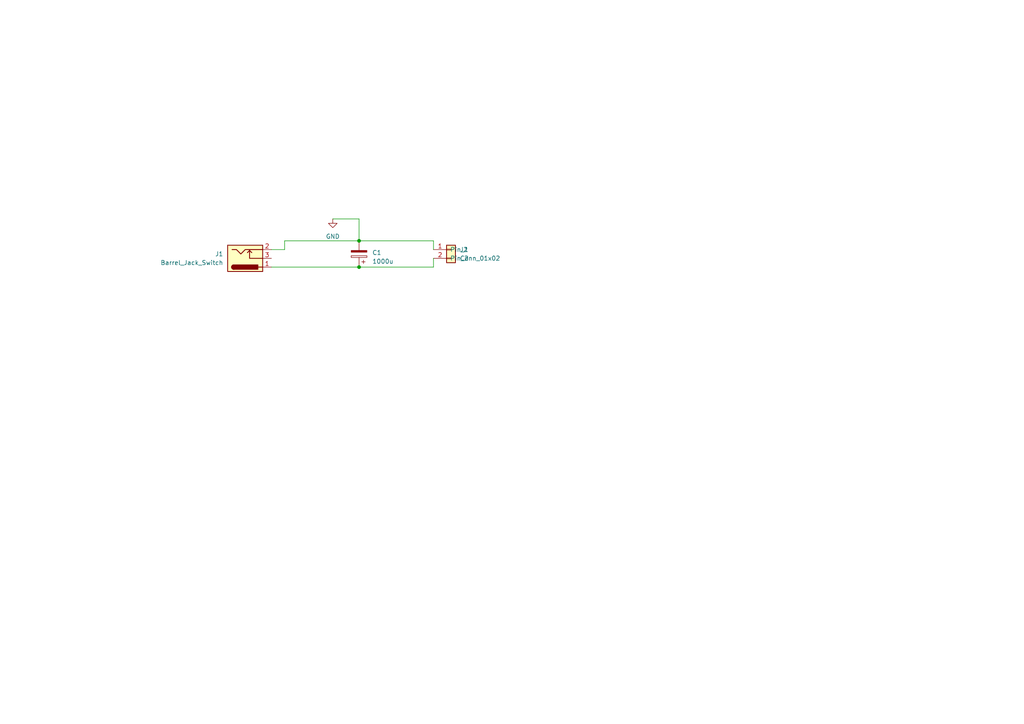
<source format=kicad_sch>
(kicad_sch (version 20211123) (generator eeschema)
  (paper "A4")
  (lib_symbols
    (symbol "Connector:Barrel_Jack_Switch"
      (property "Reference" "J" (at 0 5.334 0))
      (property "Value" "Barrel_Jack_Switch" (at 0 -5.08 0))
      (symbol "Barrel_Jack_Switch_0_1"
        (rectangle (start -5.08 3.81) (end 5.08 -3.81) (stroke (width 0.254)) (fill (type background)))
        (arc (start -3.302 3.175) (mid -3.937 2.54) (end -3.302 1.905) (stroke (width 0.254)))
        (arc (start -3.302 3.175) (mid -3.937 2.54) (end -3.302 1.905) (stroke (width 0.254)) (fill (type outline)))
        (polyline (pts (xy 1.27 -2.286) (xy 1.905 -1.651)) (stroke (width 0.254)))
        (polyline (pts (xy 5.08 2.54) (xy 3.81 2.54)) (stroke (width 0.254)))
        (polyline (pts (xy 5.08 0) (xy 1.27 0) (xy 1.27 -2.286) (xy 0.635 -1.651)) (stroke (width 0.254)))
        (polyline (pts (xy -3.81 -2.54) (xy -2.54 -2.54) (xy -1.27 -1.27) (xy 0 -2.54) (xy 2.54 -2.54) (xy 5.08 -2.54)) (stroke (width 0.254)))
        (rectangle (start 3.683 3.175) (end -3.302 1.905) (stroke (width 0.254)) (fill (type outline)))
      )
      (symbol "Barrel_Jack_Switch_1_1"
        (pin passive line (at 7.62 2.54 180) (length 2.54) (name "~") (number "1"))
        (pin passive line (at 7.62 -2.54 180) (length 2.54) (name "~") (number "2"))
        (pin passive line (at 7.62 0 180) (length 2.54) (name "~") (number "3"))
      )
    )
    (symbol "Connector_Generic:Conn_01x02" (pin_names (offset 1.016))
      (property "Reference" "J" (at 0 2.54 0))
      (property "Value" "Conn_01x02" (at 0 -5.08 0))
      (symbol "Conn_01x02_1_1"
        (rectangle (start -1.27 -2.413) (end 0 -2.667) (stroke (width 0.1524)))
        (rectangle (start -1.27 0.127) (end 0 -0.127) (stroke (width 0.1524)))
        (rectangle (start -1.27 1.27) (end 1.27 -3.81) (stroke (width 0.254)) (fill (type background)))
        (pin passive line (at -5.08 0 0) (length 3.81) (name "Pin_1") (number "1"))
        (pin passive line (at -5.08 -2.54 0) (length 3.81) (name "Pin_2") (number "2"))
      )
    )
    (symbol "Device:C_Polarized" (pin_numbers hide) (pin_names (offset 0.254))
      (property "Reference" "C" (at 0.635 2.54 0))
      (property "Value" "C_Polarized" (at 0.635 -2.54 0))
      (symbol "C_Polarized_0_1"
        (rectangle (start -2.286 0.508) (end 2.286 1.016))
        (polyline (pts (xy -1.778 2.286) (xy -0.762 2.286)))
        (polyline (pts (xy -1.27 2.794) (xy -1.27 1.778)))
        (rectangle (start 2.286 -0.508) (end -2.286 -1.016) (fill (type outline)))
      )
      (symbol "C_Polarized_1_1"
        (pin passive line (at 0 3.81 270) (length 2.794) (name "~") (number "1"))
        (pin passive line (at 0 -3.81 90) (length 2.794) (name "~") (number "2"))
      )
    )
    (symbol "power:GND" (power) (pin_names (offset 0))
      (property "Value" "GND" (at 0 -3.81 0))
      (symbol "GND_0_1"
        (polyline (pts (xy 0 0) (xy 0 -1.27) (xy 1.27 -1.27) (xy 0 -2.54) (xy -1.27 -1.27) (xy 0 -1.27)))
      )
      (symbol "GND_1_1"
        (pin power_in line (at 0 0 270) (length 0) hide (name "GND") (number "1"))
      )
    )
  )
  (junction (at 104.14 77.47))
  (junction (at 104.14 69.85))
  (wire (pts (xy 78.74 72.39) (xy 82.55 72.39)))
  (wire (pts (xy 82.55 72.39) (xy 82.55 69.85)))
  (wire (pts (xy 78.74 77.47) (xy 104.14 77.47)))
  (wire (pts (xy 96.52 63.5) (xy 104.14 63.5)))
  (wire (pts (xy 125.73 77.47) (xy 125.73 74.93)))
  (wire (pts (xy 82.55 69.85) (xy 104.14 69.85)))
  (wire (pts (xy 104.14 63.5) (xy 104.14 69.85)))
  (wire (pts (xy 125.73 69.85) (xy 125.73 72.39)))
  (wire (pts (xy 104.14 69.85) (xy 125.73 69.85)))
  (wire (pts (xy 104.14 77.47) (xy 125.73 77.47)))
  (symbol (lib_id "Device:C_Polarized") (at 104.14 73.66 180) (unit 1)
    (property "Reference" "C1" (at 107.95 73.2789 0) (effects (justify right)))
    (property "Value" "1000u" (at 107.95 75.8189 0) (effects (justify right)))
    (property "Footprint" "Capacitor_THT:CP_Radial_D16.0mm_P7.50mm" (effects hide))
  )
  (symbol (lib_id "Connector_Generic:Conn_01x02") (at 130.81 72.39 0) (unit 1)
    (property "Reference" "J2" (at 133.35 72.3899 0) (effects (justify left)))
    (property "Value" "Conn_01x02" (at 133.35 74.9299 0) (effects (justify left)))
    (property "Footprint" "Connector_AMASS:AMASS_XT60-M_1x02_P7.20mm_Vertical" (effects hide))
  )
  (symbol (lib_id "Connector:Barrel_Jack_Switch") (at 71.12 74.93 0) (mirror x) (unit 1)
    (property "Reference" "J1" (at 64.77 73.6599 0) (effects (justify right)))
    (property "Value" "Barrel_Jack_Switch" (at 64.77 76.1999 0) (effects (justify right)))
    (property "Footprint" "Connector_BarrelJack:BarrelJack_GCT_DCJ200-10-A_Horizontal" (effects hide))
  )
  (symbol (lib_id "power:GND") (at 96.52 63.5 0) (unit 1)
    (property "Reference" "#PWR?" (effects hide))
    (property "Value" "GND" (at 96.52 68.58 0))
  )
)
</source>
